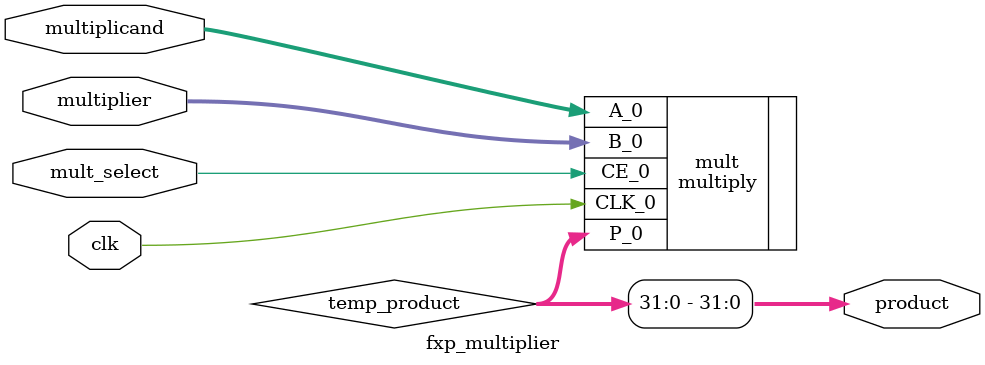
<source format=sv>
`timescale 1ns / 1ps


module fxp_multiplier #(parameter DATA_WIDTH = 32, FRACTIONAL = 0) (
input wire clk,
input wire mult_select,
input wire [DATA_WIDTH-1:0] multiplicand,
input wire [DATA_WIDTH-1:0] multiplier,
output wire [DATA_WIDTH-1:0] product
    );

wire [DATA_WIDTH*2-1:0] temp_product;

multiply mult (.A_0(multiplicand), .B_0(multiplier), .CE_0(mult_select), .CLK_0(clk), .P_0(temp_product));

assign product = temp_product >>> FRACTIONAL;    
    
//always @(posedge clk)
//begin
//    $display(multiplicand," ",multiplier," ",temp_product," ",mult_select);
//end 

endmodule

</source>
